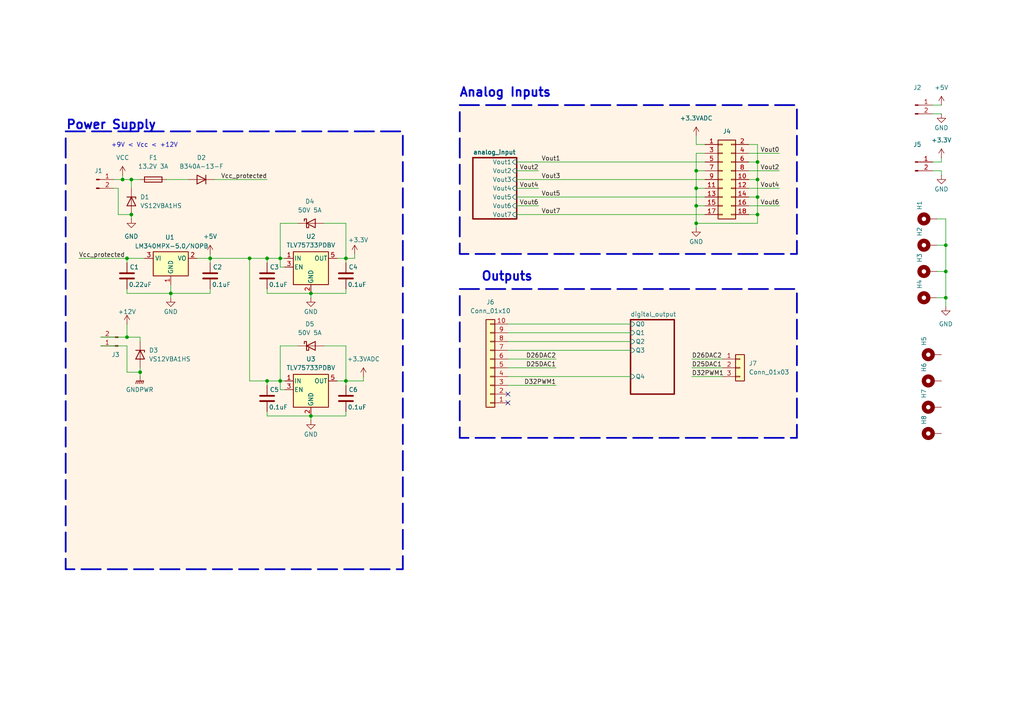
<source format=kicad_sch>
(kicad_sch (version 20231120) (generator "eeschema") (generator_version "8.0")
  (paper "A4")
  (lib_symbols
    (symbol "Connector:Conn_01x02_Pin" (pin_names (offset 1.016) hide)
      (property "Reference" "J" (at 0 2.54 0))
      (property "Value" "Conn_01x02_Pin" (at 0 -5.08 0))
      (symbol "Conn_01x02_Pin_1_1"
        (polyline (pts (xy 1.27 -2.54) (xy 0.8636 -2.54)) (stroke (width 0.1524)))
        (polyline (pts (xy 1.27 0) (xy 0.8636 0)) (stroke (width 0.1524)))
        (rectangle (start 0.8636 -2.413) (end 0 -2.667) (stroke (width 0.1524)) (fill (type outline)))
        (rectangle (start 0.8636 0.127) (end 0 -0.127) (stroke (width 0.1524)) (fill (type outline)))
        (pin passive line (at 5.08 0 180) (length 3.81) (name "Pin_1") (number "1"))
        (pin passive line (at 5.08 -2.54 180) (length 3.81) (name "Pin_2") (number "2"))
      )
    )
    (symbol "Connector_Generic:Conn_01x03" (pin_names (offset 1.016) hide)
      (property "Reference" "J" (at 0 5.08 0))
      (property "Value" "Conn_01x03" (at 0 -5.08 0))
      (symbol "Conn_01x03_1_1"
        (rectangle (start -1.27 -2.413) (end 0 -2.667) (stroke (width 0.1524)))
        (rectangle (start -1.27 0.127) (end 0 -0.127) (stroke (width 0.1524)))
        (rectangle (start -1.27 2.667) (end 0 2.413) (stroke (width 0.1524)))
        (rectangle (start -1.27 3.81) (end 1.27 -3.81) (stroke (width 0.254)) (fill (type background)))
        (pin passive line (at -5.08 2.54 0) (length 3.81) (name "Pin_1") (number "1"))
        (pin passive line (at -5.08 0 0) (length 3.81) (name "Pin_2") (number "2"))
        (pin passive line (at -5.08 -2.54 0) (length 3.81) (name "Pin_3") (number "3"))
      )
    )
    (symbol "Connector_Generic:Conn_01x10" (pin_names (offset 1.016) hide)
      (property "Reference" "J" (at 0 12.7 0))
      (property "Value" "Conn_01x10" (at 0 -15.24 0))
      (symbol "Conn_01x10_1_1"
        (rectangle (start -1.27 -12.573) (end 0 -12.827) (stroke (width 0.1524)))
        (rectangle (start -1.27 -10.033) (end 0 -10.287) (stroke (width 0.1524)))
        (rectangle (start -1.27 -7.493) (end 0 -7.747) (stroke (width 0.1524)))
        (rectangle (start -1.27 -4.953) (end 0 -5.207) (stroke (width 0.1524)))
        (rectangle (start -1.27 -2.413) (end 0 -2.667) (stroke (width 0.1524)))
        (rectangle (start -1.27 0.127) (end 0 -0.127) (stroke (width 0.1524)))
        (rectangle (start -1.27 2.667) (end 0 2.413) (stroke (width 0.1524)))
        (rectangle (start -1.27 5.207) (end 0 4.953) (stroke (width 0.1524)))
        (rectangle (start -1.27 7.747) (end 0 7.493) (stroke (width 0.1524)))
        (rectangle (start -1.27 10.287) (end 0 10.033) (stroke (width 0.1524)))
        (rectangle (start -1.27 11.43) (end 1.27 -13.97) (stroke (width 0.254)) (fill (type background)))
        (pin passive line (at -5.08 10.16 0) (length 3.81) (name "Pin_1") (number "1"))
        (pin passive line (at -5.08 -12.7 0) (length 3.81) (name "Pin_10") (number "10"))
        (pin passive line (at -5.08 7.62 0) (length 3.81) (name "Pin_2") (number "2"))
        (pin passive line (at -5.08 5.08 0) (length 3.81) (name "Pin_3") (number "3"))
        (pin passive line (at -5.08 2.54 0) (length 3.81) (name "Pin_4") (number "4"))
        (pin passive line (at -5.08 0 0) (length 3.81) (name "Pin_5") (number "5"))
        (pin passive line (at -5.08 -2.54 0) (length 3.81) (name "Pin_6") (number "6"))
        (pin passive line (at -5.08 -5.08 0) (length 3.81) (name "Pin_7") (number "7"))
        (pin passive line (at -5.08 -7.62 0) (length 3.81) (name "Pin_8") (number "8"))
        (pin passive line (at -5.08 -10.16 0) (length 3.81) (name "Pin_9") (number "9"))
      )
    )
    (symbol "Connector_Generic:Conn_02x09_Odd_Even" (pin_names (offset 1.016) hide)
      (property "Reference" "J" (at 1.27 12.7 0))
      (property "Value" "Conn_02x09_Odd_Even" (at 1.27 -12.7 0))
      (symbol "Conn_02x09_Odd_Even_1_1"
        (rectangle (start -1.27 -10.033) (end 0 -10.287) (stroke (width 0.1524)))
        (rectangle (start -1.27 -7.493) (end 0 -7.747) (stroke (width 0.1524)))
        (rectangle (start -1.27 -4.953) (end 0 -5.207) (stroke (width 0.1524)))
        (rectangle (start -1.27 -2.413) (end 0 -2.667) (stroke (width 0.1524)))
        (rectangle (start -1.27 0.127) (end 0 -0.127) (stroke (width 0.1524)))
        (rectangle (start -1.27 2.667) (end 0 2.413) (stroke (width 0.1524)))
        (rectangle (start -1.27 5.207) (end 0 4.953) (stroke (width 0.1524)))
        (rectangle (start -1.27 7.747) (end 0 7.493) (stroke (width 0.1524)))
        (rectangle (start -1.27 10.287) (end 0 10.033) (stroke (width 0.1524)))
        (rectangle (start -1.27 11.43) (end 3.81 -11.43) (stroke (width 0.254)) (fill (type background)))
        (rectangle (start 3.81 -10.033) (end 2.54 -10.287) (stroke (width 0.1524)))
        (rectangle (start 3.81 -7.493) (end 2.54 -7.747) (stroke (width 0.1524)))
        (rectangle (start 3.81 -4.953) (end 2.54 -5.207) (stroke (width 0.1524)))
        (rectangle (start 3.81 -2.413) (end 2.54 -2.667) (stroke (width 0.1524)))
        (rectangle (start 3.81 0.127) (end 2.54 -0.127) (stroke (width 0.1524)))
        (rectangle (start 3.81 2.667) (end 2.54 2.413) (stroke (width 0.1524)))
        (rectangle (start 3.81 5.207) (end 2.54 4.953) (stroke (width 0.1524)))
        (rectangle (start 3.81 7.747) (end 2.54 7.493) (stroke (width 0.1524)))
        (rectangle (start 3.81 10.287) (end 2.54 10.033) (stroke (width 0.1524)))
        (pin passive line (at -5.08 10.16 0) (length 3.81) (name "Pin_1") (number "1"))
        (pin passive line (at 7.62 0 180) (length 3.81) (name "Pin_10") (number "10"))
        (pin passive line (at -5.08 -2.54 0) (length 3.81) (name "Pin_11") (number "11"))
        (pin passive line (at 7.62 -2.54 180) (length 3.81) (name "Pin_12") (number "12"))
        (pin passive line (at -5.08 -5.08 0) (length 3.81) (name "Pin_13") (number "13"))
        (pin passive line (at 7.62 -5.08 180) (length 3.81) (name "Pin_14") (number "14"))
        (pin passive line (at -5.08 -7.62 0) (length 3.81) (name "Pin_15") (number "15"))
        (pin passive line (at 7.62 -7.62 180) (length 3.81) (name "Pin_16") (number "16"))
        (pin passive line (at -5.08 -10.16 0) (length 3.81) (name "Pin_17") (number "17"))
        (pin passive line (at 7.62 -10.16 180) (length 3.81) (name "Pin_18") (number "18"))
        (pin passive line (at 7.62 10.16 180) (length 3.81) (name "Pin_2") (number "2"))
        (pin passive line (at -5.08 7.62 0) (length 3.81) (name "Pin_3") (number "3"))
        (pin passive line (at 7.62 7.62 180) (length 3.81) (name "Pin_4") (number "4"))
        (pin passive line (at -5.08 5.08 0) (length 3.81) (name "Pin_5") (number "5"))
        (pin passive line (at 7.62 5.08 180) (length 3.81) (name "Pin_6") (number "6"))
        (pin passive line (at -5.08 2.54 0) (length 3.81) (name "Pin_7") (number "7"))
        (pin passive line (at 7.62 2.54 180) (length 3.81) (name "Pin_8") (number "8"))
        (pin passive line (at -5.08 0 0) (length 3.81) (name "Pin_9") (number "9"))
      )
    )
    (symbol "Device:C" (pin_numbers hide) (pin_names (offset 0.254))
      (property "Reference" "C" (at 0.635 2.54 0))
      (property "Value" "C" (at 0.635 -2.54 0))
      (symbol "C_0_1"
        (polyline (pts (xy -2.032 -0.762) (xy 2.032 -0.762)) (stroke (width 0.508)))
        (polyline (pts (xy -2.032 0.762) (xy 2.032 0.762)) (stroke (width 0.508)))
      )
      (symbol "C_1_1"
        (pin passive line (at 0 3.81 270) (length 2.794) (name "~") (number "1"))
        (pin passive line (at 0 -3.81 90) (length 2.794) (name "~") (number "2"))
      )
    )
    (symbol "Device:D" (pin_numbers hide) (pin_names (offset 1.016) hide)
      (property "Reference" "D" (at 0 2.54 0))
      (property "Value" "D" (at 0 -2.54 0))
      (symbol "D_0_1"
        (polyline (pts (xy -1.27 1.27) (xy -1.27 -1.27)) (stroke (width 0.254)))
        (polyline (pts (xy 1.27 0) (xy -1.27 0)))
        (polyline (pts (xy 1.27 1.27) (xy 1.27 -1.27) (xy -1.27 0) (xy 1.27 1.27)) (stroke (width 0.254)))
      )
      (symbol "D_1_1"
        (pin passive line (at -3.81 0 0) (length 2.54) (name "K") (number "1"))
        (pin passive line (at 3.81 0 180) (length 2.54) (name "A") (number "2"))
      )
    )
    (symbol "Device:D_Zener" (pin_numbers hide) (pin_names (offset 1.016) hide)
      (property "Reference" "D" (at 0 2.54 0))
      (property "Value" "D_Zener" (at 0 -2.54 0))
      (symbol "D_Zener_0_1"
        (polyline (pts (xy 1.27 0) (xy -1.27 0)))
        (polyline (pts (xy -1.27 -1.27) (xy -1.27 1.27) (xy -0.762 1.27)) (stroke (width 0.254)))
        (polyline (pts (xy 1.27 -1.27) (xy 1.27 1.27) (xy -1.27 0) (xy 1.27 -1.27)) (stroke (width 0.254)))
      )
      (symbol "D_Zener_1_1"
        (pin passive line (at -3.81 0 0) (length 2.54) (name "K") (number "1"))
        (pin passive line (at 3.81 0 180) (length 2.54) (name "A") (number "2"))
      )
    )
    (symbol "Device:Fuse" (pin_numbers hide) (pin_names (offset 0))
      (property "Reference" "F" (at 2.032 0 90))
      (property "Value" "Fuse" (at -1.905 0 90))
      (symbol "Fuse_0_1"
        (rectangle (start -0.762 -2.54) (end 0.762 2.54) (stroke (width 0.254)))
        (polyline (pts (xy 0 2.54) (xy 0 -2.54)))
      )
      (symbol "Fuse_1_1"
        (pin passive line (at 0 3.81 270) (length 1.27) (name "~") (number "1"))
        (pin passive line (at 0 -3.81 90) (length 1.27) (name "~") (number "2"))
      )
    )
    (symbol "Diode:1N5817" (pin_numbers hide) (pin_names (offset 1.016) hide)
      (property "Reference" "D" (at 0 2.54 0))
      (property "Value" "1N5817" (at 0 -2.54 0))
      (symbol "1N5817_0_1"
        (polyline (pts (xy 1.27 0) (xy -1.27 0)))
        (polyline (pts (xy 1.27 1.27) (xy 1.27 -1.27) (xy -1.27 0) (xy 1.27 1.27)) (stroke (width 0.254)))
        (polyline (pts (xy -1.905 0.635) (xy -1.905 1.27) (xy -1.27 1.27) (xy -1.27 -1.27) (xy -0.635 -1.27) (xy -0.635 -0.635)) (stroke (width 0.254)))
      )
      (symbol "1N5817_1_1"
        (pin passive line (at -3.81 0 0) (length 2.54) (name "K") (number "1"))
        (pin passive line (at 3.81 0 180) (length 2.54) (name "A") (number "2"))
      )
    )
    (symbol "Mechanical:MountingHole_Pad" (pin_numbers hide) (pin_names (offset 1.016) hide)
      (property "Reference" "H" (at 0 6.35 0))
      (property "Value" "MountingHole_Pad" (at 0 4.445 0))
      (symbol "MountingHole_Pad_0_1"
        (circle (center 0 1.27) (radius 1.27) (stroke (width 1.27)))
      )
      (symbol "MountingHole_Pad_1_1"
        (pin input line (at 0 -2.54 90) (length 2.54) (name "1") (number "1"))
      )
    )
    (symbol "Regulator_Linear:LD1117S50TR_SOT223"
      (property "Reference" "U" (at -3.81 3.175 0))
      (property "Value" "LD1117S50TR_SOT223" (at 0 3.175 0))
      (symbol "LD1117S50TR_SOT223_0_1"
        (rectangle (start -5.08 -5.08) (end 5.08 1.905) (stroke (width 0.254)) (fill (type background)))
      )
      (symbol "LD1117S50TR_SOT223_1_1"
        (pin power_in line (at 0 -7.62 90) (length 2.54) (name "GND") (number "1"))
        (pin power_out line (at 7.62 0 180) (length 2.54) (name "VO") (number "2"))
        (pin power_in line (at -7.62 0 0) (length 2.54) (name "VI") (number "3"))
      )
    )
    (symbol "Regulator_Linear:TLV75733PDBV" (pin_names (offset 0.254))
      (property "Reference" "U" (at -3.81 5.715 0))
      (property "Value" "TLV75733PDBV" (at 0 5.715 0))
      (symbol "TLV75733PDBV_0_1"
        (rectangle (start -5.08 4.445) (end 5.08 -5.08) (stroke (width 0.254)) (fill (type background)))
      )
      (symbol "TLV75733PDBV_1_1"
        (pin power_in line (at -7.62 2.54 0) (length 2.54) (name "IN") (number "1"))
        (pin power_in line (at 0 -7.62 90) (length 2.54) (name "GND") (number "2"))
        (pin input line (at -7.62 0 0) (length 2.54) (name "EN") (number "3"))
        (pin no_connect line (at 5.08 0 180) (length 2.54) hide (name "NC") (number "4"))
        (pin power_out line (at 7.62 2.54 180) (length 2.54) (name "OUT") (number "5"))
      )
    )
    (symbol "power:+12V" (power) (pin_numbers hide) (pin_names (offset 0) hide)
      (property "Value" "+12V" (at 0 3.556 0))
      (symbol "+12V_0_1"
        (polyline (pts (xy -0.762 1.27) (xy 0 2.54)))
        (polyline (pts (xy 0 0) (xy 0 2.54)))
        (polyline (pts (xy 0 2.54) (xy 0.762 1.27)))
      )
      (symbol "+12V_1_1"
        (pin power_in line (at 0 0 90) (length 0) (name "~") (number "1"))
      )
    )
    (symbol "power:+3.3V" (power) (pin_numbers hide) (pin_names (offset 0) hide)
      (property "Value" "+3.3V" (at 0 3.556 0))
      (symbol "+3.3V_0_1"
        (polyline (pts (xy -0.762 1.27) (xy 0 2.54)))
        (polyline (pts (xy 0 0) (xy 0 2.54)))
        (polyline (pts (xy 0 2.54) (xy 0.762 1.27)))
      )
      (symbol "+3.3V_1_1"
        (pin power_in line (at 0 0 90) (length 0) (name "~") (number "1"))
      )
    )
    (symbol "power:+3.3VADC" (power) (pin_numbers hide) (pin_names (offset 0) hide)
      (property "Value" "+3.3VADC" (at 0 3.556 0))
      (symbol "+3.3VADC_0_0"
        (pin power_in line (at 0 0 90) (length 0) (name "~") (number "1"))
      )
      (symbol "+3.3VADC_0_1"
        (polyline (pts (xy -0.762 1.27) (xy 0 2.54)))
        (polyline (pts (xy 0 0) (xy 0 2.54)))
        (polyline (pts (xy 0 2.54) (xy 0.762 1.27)))
      )
    )
    (symbol "power:+5V" (power) (pin_numbers hide) (pin_names (offset 0) hide)
      (property "Value" "+5V" (at 0 3.556 0))
      (symbol "+5V_0_1"
        (polyline (pts (xy -0.762 1.27) (xy 0 2.54)))
        (polyline (pts (xy 0 0) (xy 0 2.54)))
        (polyline (pts (xy 0 2.54) (xy 0.762 1.27)))
      )
      (symbol "+5V_1_1"
        (pin power_in line (at 0 0 90) (length 0) (name "~") (number "1"))
      )
    )
    (symbol "power:GND" (power) (pin_numbers hide) (pin_names (offset 0) hide)
      (property "Value" "GND" (at 0 -3.81 0))
      (symbol "GND_0_1"
        (polyline (pts (xy 0 0) (xy 0 -1.27) (xy 1.27 -1.27) (xy 0 -2.54) (xy -1.27 -1.27) (xy 0 -1.27)))
      )
      (symbol "GND_1_1"
        (pin power_in line (at 0 0 270) (length 0) (name "~") (number "1"))
      )
    )
    (symbol "power:GNDPWR" (power) (pin_numbers hide) (pin_names (offset 0) hide)
      (property "Value" "GNDPWR" (at 0 -3.302 0))
      (symbol "GNDPWR_0_1"
        (polyline (pts (xy 0 -1.27) (xy 0 0)))
        (polyline (pts (xy -1.016 -1.27) (xy -1.27 -2.032) (xy -1.27 -2.032)) (stroke (width 0.2032)))
        (polyline (pts (xy -0.508 -1.27) (xy -0.762 -2.032) (xy -0.762 -2.032)) (stroke (width 0.2032)))
        (polyline (pts (xy 0 -1.27) (xy -0.254 -2.032) (xy -0.254 -2.032)) (stroke (width 0.2032)))
        (polyline (pts (xy 0.508 -1.27) (xy 0.254 -2.032) (xy 0.254 -2.032)) (stroke (width 0.2032)))
        (polyline (pts (xy 1.016 -1.27) (xy -1.016 -1.27) (xy -1.016 -1.27)) (stroke (width 0.2032)))
        (polyline (pts (xy 1.016 -1.27) (xy 0.762 -2.032) (xy 0.762 -2.032) (xy 0.762 -2.032)) (stroke (width 0.2032)))
      )
      (symbol "GNDPWR_1_1"
        (pin power_in line (at 0 0 270) (length 0) (name "~") (number "1"))
      )
    )
    (symbol "power:VCC" (power) (pin_numbers hide) (pin_names (offset 0) hide)
      (property "Value" "VCC" (at 0 3.556 0))
      (symbol "VCC_0_1"
        (polyline (pts (xy -0.762 1.27) (xy 0 2.54)))
        (polyline (pts (xy 0 0) (xy 0 2.54)))
        (polyline (pts (xy 0 2.54) (xy 0.762 1.27)))
      )
      (symbol "VCC_1_1"
        (pin power_in line (at 0 0 90) (length 0) (name "~") (number "1"))
      )
    )
  )
  (junction (at 90.17 85.09))
  (junction (at 219.71 52.07))
  (junction (at 77.47 110.49))
  (junction (at 40.64 107.95))
  (junction (at 201.93 54.61))
  (junction (at 100.33 110.49))
  (junction (at 81.28 74.93))
  (junction (at 36.83 97.79))
  (junction (at 35.56 52.07))
  (junction (at 274.32 86.36))
  (junction (at 219.71 62.23))
  (junction (at 36.83 74.93))
  (junction (at 77.47 74.93))
  (junction (at 219.71 57.15))
  (junction (at 81.28 110.49))
  (junction (at 72.39 74.93))
  (junction (at 38.1 52.07))
  (junction (at 100.33 74.93))
  (junction (at 90.17 120.65))
  (junction (at 38.1 62.23))
  (junction (at 49.53 85.09))
  (junction (at 219.71 46.99))
  (junction (at 201.93 49.53))
  (junction (at 274.32 71.12))
  (junction (at 274.32 78.74))
  (junction (at 60.96 74.93))
  (junction (at 201.93 64.77))
  (junction (at 201.93 59.69))
  (no_connect (at 147.32 114.3))
  (no_connect (at 147.32 116.84))
  (wire (pts (xy 271.78 63.5) (xy 274.32 63.5)))
  (wire (pts (xy 200.66 104.14) (xy 209.55 104.14)))
  (wire (pts (xy 149.86 59.69) (xy 156.21 59.69)))
  (wire (pts (xy 274.32 86.36) (xy 274.32 88.9)))
  (wire (pts (xy 147.32 106.68) (xy 161.29 106.68)))
  (wire (pts (xy 34.29 54.61) (xy 34.29 62.23)))
  (wire (pts (xy 49.53 82.55) (xy 49.53 85.09)))
  (wire (pts (xy 60.96 74.93) (xy 72.39 74.93)))
  (wire (pts (xy 77.47 119.38) (xy 77.47 120.65)))
  (wire (pts (xy 38.1 52.07) (xy 38.1 54.61)))
  (wire (pts (xy 72.39 74.93) (xy 77.47 74.93)))
  (wire (pts (xy 201.93 54.61) (xy 204.47 54.61)))
  (wire (pts (xy 29.21 97.79) (xy 36.83 97.79)))
  (wire (pts (xy 201.93 64.77) (xy 219.71 64.77)))
  (wire (pts (xy 60.96 85.09) (xy 49.53 85.09)))
  (wire (pts (xy 36.83 97.79) (xy 36.83 93.98)))
  (wire (pts (xy 219.71 41.91) (xy 217.17 41.91)))
  (wire (pts (xy 219.71 52.07) (xy 219.71 57.15)))
  (wire (pts (xy 48.26 52.07) (xy 54.61 52.07)))
  (wire (pts (xy 36.83 83.82) (xy 36.83 85.09)))
  (wire (pts (xy 274.32 78.74) (xy 274.32 86.36)))
  (wire (pts (xy 86.36 64.77) (xy 81.28 64.77)))
  (wire (pts (xy 100.33 74.93) (xy 100.33 76.2)))
  (wire (pts (xy 149.86 62.23) (xy 204.47 62.23)))
  (wire (pts (xy 201.93 39.37) (xy 201.93 41.91)))
  (wire (pts (xy 100.33 120.65) (xy 100.33 119.38)))
  (wire (pts (xy 33.02 52.07) (xy 35.56 52.07)))
  (wire (pts (xy 100.33 64.77) (xy 100.33 74.93)))
  (wire (pts (xy 271.78 78.74) (xy 274.32 78.74)))
  (wire (pts (xy 200.66 106.68) (xy 209.55 106.68)))
  (wire (pts (xy 219.71 62.23) (xy 219.71 64.77)))
  (wire (pts (xy 81.28 74.93) (xy 82.55 74.93)))
  (wire (pts (xy 217.17 46.99) (xy 219.71 46.99)))
  (wire (pts (xy 102.87 74.93) (xy 100.33 74.93)))
  (wire (pts (xy 147.32 101.6) (xy 182.88 101.6)))
  (wire (pts (xy 40.64 99.06) (xy 40.64 97.79)))
  (wire (pts (xy 38.1 62.23) (xy 38.1 63.5)))
  (wire (pts (xy 201.93 59.69) (xy 201.93 64.77)))
  (wire (pts (xy 36.83 74.93) (xy 36.83 76.2)))
  (wire (pts (xy 60.96 74.93) (xy 60.96 76.2)))
  (wire (pts (xy 81.28 64.77) (xy 81.28 74.93)))
  (wire (pts (xy 77.47 110.49) (xy 81.28 110.49)))
  (wire (pts (xy 274.32 63.5) (xy 274.32 71.12)))
  (wire (pts (xy 57.15 74.93) (xy 60.96 74.93)))
  (wire (pts (xy 22.86 74.93) (xy 36.83 74.93)))
  (wire (pts (xy 204.47 44.45) (xy 201.93 44.45)))
  (wire (pts (xy 77.47 110.49) (xy 77.47 111.76)))
  (wire (pts (xy 217.17 62.23) (xy 219.71 62.23)))
  (wire (pts (xy 270.51 46.99) (xy 273.05 46.99)))
  (wire (pts (xy 201.93 49.53) (xy 204.47 49.53)))
  (wire (pts (xy 100.33 100.33) (xy 100.33 110.49)))
  (wire (pts (xy 147.32 111.76) (xy 161.29 111.76)))
  (wire (pts (xy 102.87 73.66) (xy 102.87 74.93)))
  (wire (pts (xy 77.47 74.93) (xy 77.47 76.2)))
  (wire (pts (xy 77.47 120.65) (xy 90.17 120.65)))
  (wire (pts (xy 86.36 100.33) (xy 81.28 100.33)))
  (wire (pts (xy 36.83 85.09) (xy 49.53 85.09)))
  (wire (pts (xy 270.51 33.02) (xy 273.05 33.02)))
  (wire (pts (xy 219.71 57.15) (xy 219.71 62.23)))
  (wire (pts (xy 60.96 73.66) (xy 60.96 74.93)))
  (wire (pts (xy 40.64 107.95) (xy 40.64 109.22)))
  (wire (pts (xy 81.28 77.47) (xy 81.28 74.93)))
  (wire (pts (xy 62.23 52.07) (xy 77.47 52.07)))
  (wire (pts (xy 149.86 52.07) (xy 204.47 52.07)))
  (wire (pts (xy 72.39 74.93) (xy 72.39 110.49)))
  (wire (pts (xy 90.17 120.65) (xy 100.33 120.65)))
  (wire (pts (xy 35.56 50.8) (xy 35.56 52.07)))
  (wire (pts (xy 60.96 83.82) (xy 60.96 85.09)))
  (wire (pts (xy 35.56 52.07) (xy 38.1 52.07)))
  (wire (pts (xy 97.79 110.49) (xy 100.33 110.49)))
  (wire (pts (xy 273.05 49.53) (xy 273.05 50.8)))
  (wire (pts (xy 217.17 54.61) (xy 226.06 54.61)))
  (wire (pts (xy 147.32 104.14) (xy 161.29 104.14)))
  (wire (pts (xy 217.17 52.07) (xy 219.71 52.07)))
  (wire (pts (xy 72.39 110.49) (xy 77.47 110.49)))
  (wire (pts (xy 270.51 30.48) (xy 273.05 30.48)))
  (wire (pts (xy 40.64 106.68) (xy 40.64 107.95)))
  (wire (pts (xy 149.86 54.61) (xy 156.21 54.61)))
  (wire (pts (xy 34.29 62.23) (xy 38.1 62.23)))
  (wire (pts (xy 149.86 49.53) (xy 156.21 49.53)))
  (wire (pts (xy 36.83 74.93) (xy 41.91 74.93)))
  (wire (pts (xy 100.33 110.49) (xy 100.33 111.76)))
  (wire (pts (xy 40.64 107.95) (xy 36.83 107.95)))
  (wire (pts (xy 81.28 110.49) (xy 81.28 113.03)))
  (wire (pts (xy 201.93 59.69) (xy 204.47 59.69)))
  (wire (pts (xy 201.93 44.45) (xy 201.93 49.53)))
  (wire (pts (xy 149.86 57.15) (xy 204.47 57.15)))
  (wire (pts (xy 33.02 54.61) (xy 34.29 54.61)))
  (wire (pts (xy 93.98 64.77) (xy 100.33 64.77)))
  (wire (pts (xy 97.79 74.93) (xy 100.33 74.93)))
  (wire (pts (xy 219.71 46.99) (xy 219.71 52.07)))
  (wire (pts (xy 147.32 96.52) (xy 182.88 96.52)))
  (wire (pts (xy 217.17 44.45) (xy 226.06 44.45)))
  (wire (pts (xy 201.93 49.53) (xy 201.93 54.61)))
  (wire (pts (xy 49.53 85.09) (xy 49.53 86.36)))
  (wire (pts (xy 77.47 85.09) (xy 90.17 85.09)))
  (wire (pts (xy 90.17 85.09) (xy 100.33 85.09)))
  (wire (pts (xy 90.17 120.65) (xy 90.17 121.92)))
  (wire (pts (xy 38.1 52.07) (xy 40.64 52.07)))
  (wire (pts (xy 81.28 100.33) (xy 81.28 110.49)))
  (wire (pts (xy 274.32 71.12) (xy 274.32 78.74)))
  (wire (pts (xy 90.17 85.09) (xy 90.17 86.36)))
  (wire (pts (xy 217.17 49.53) (xy 226.06 49.53)))
  (wire (pts (xy 200.66 109.22) (xy 209.55 109.22)))
  (wire (pts (xy 201.93 41.91) (xy 204.47 41.91)))
  (wire (pts (xy 201.93 64.77) (xy 201.93 66.04)))
  (wire (pts (xy 217.17 59.69) (xy 226.06 59.69)))
  (wire (pts (xy 147.32 99.06) (xy 182.88 99.06)))
  (wire (pts (xy 147.32 93.98) (xy 182.88 93.98)))
  (wire (pts (xy 105.41 110.49) (xy 100.33 110.49)))
  (wire (pts (xy 77.47 83.82) (xy 77.47 85.09)))
  (wire (pts (xy 219.71 41.91) (xy 219.71 46.99)))
  (wire (pts (xy 40.64 97.79) (xy 36.83 97.79)))
  (wire (pts (xy 105.41 109.22) (xy 105.41 110.49)))
  (wire (pts (xy 93.98 100.33) (xy 100.33 100.33)))
  (wire (pts (xy 82.55 113.03) (xy 81.28 113.03)))
  (wire (pts (xy 271.78 86.36) (xy 274.32 86.36)))
  (wire (pts (xy 100.33 85.09) (xy 100.33 83.82)))
  (wire (pts (xy 217.17 57.15) (xy 219.71 57.15)))
  (wire (pts (xy 201.93 54.61) (xy 201.93 59.69)))
  (wire (pts (xy 81.28 110.49) (xy 82.55 110.49)))
  (wire (pts (xy 77.47 74.93) (xy 81.28 74.93)))
  (wire (pts (xy 149.86 46.99) (xy 204.47 46.99)))
  (wire (pts (xy 29.21 100.33) (xy 36.83 100.33)))
  (wire (pts (xy 271.78 71.12) (xy 274.32 71.12)))
  (wire (pts (xy 147.32 109.22) (xy 182.88 109.22)))
  (wire (pts (xy 270.51 49.53) (xy 273.05 49.53)))
  (wire (pts (xy 36.83 100.33) (xy 36.83 107.95)))
  (wire (pts (xy 273.05 46.99) (xy 273.05 45.72)))
  (wire (pts (xy 82.55 77.47) (xy 81.28 77.47)))
  (rectangle (start 133.35 83.82) (end 231.14 127) (stroke (width 0.508) (type dash)) (fill (type color) (color 255 229 191 0.4)))
  (rectangle (start 19.05 38.1) (end 116.84 165.1) (stroke (width 0.508) (type dash)) (fill (type color) (color 255 229 191 0.4)))
  (rectangle (start 133.35 30.48) (end 231.14 73.66) (stroke (width 0.508) (type dash)) (fill (type color) (color 255 229 191 0.4)))
  (text "Outputs" (at 147.066 80.264 0) (effects (font (size 2.54 2.54) (bold yes))))
  (text "+9V < Vcc < +12V" (at 41.91 42.164 0) (effects (font (size 1.27 1.27))))
  (text "Analog Inputs" (at 146.558 26.924 0) (effects (font (size 2.54 2.54) (bold yes))))
  (text "Power Supply" (at 32.258 36.322 0) (effects (font (size 2.54 2.54) (bold yes))))
  (label "Vout6" (at 156.21 59.69 180))
  (label "Vout6" (at 226.06 59.69 180))
  (label "Vout5" (at 162.56 57.15 180))
  (label "Vout4" (at 156.21 54.61 180))
  (label "Vout1" (at 162.56 46.99 180))
  (label "Vcc_protected" (at 77.47 52.07 180))
  (label "D32PWM1" (at 161.29 111.76 180))
  (label "Vcc_protected" (at 22.86 74.93 0))
  (label "D32PWM1" (at 200.66 109.22 0))
  (label "Vout2" (at 156.21 49.53 180))
  (label "Vout3" (at 162.56 52.07 180))
  (label "D25DAC1" (at 161.29 106.68 180))
  (label "Vout0" (at 226.06 44.45 180))
  (label "Vout7" (at 162.56 62.23 180))
  (label "D25DAC1" (at 200.66 106.68 0))
  (label "D26DAC2" (at 161.29 104.14 180))
  (label "Vout2" (at 226.06 49.53 180))
  (label "Vout4" (at 226.06 54.61 180))
  (label "D26DAC2" (at 200.66 104.14 0))
  (symbol (lib_id "power:+3.3VADC") (at 201.93 39.37 0) (unit 1)
    (property "Reference" "#PWR0213" (effects (hide yes)))
    (property "Value" "+3.3VADC" (at 201.93 34.29 0))
    (property "Description" "Power symbol creates a global label with name \"+3.3VADC\"" (effects (hide yes)))
  )
  (symbol (lib_id "Mechanical:MountingHole_Pad") (at 269.24 63.5 90) (unit 1)
    (property "Reference" "H1" (at 266.6999 60.96 0) (effects (justify left)))
    (property "Value" "MountingHole_Pad" (effects (hide yes)))
    (property "Footprint" "MountingHole:MountingHole_3.2mm_M3_DIN965_Pad_TopBottom" (effects (hide yes)))
    (property "Description" "Mounting Hole with connection" (effects (hide yes)))
  )
  (symbol (lib_id "power:GNDPWR") (at 40.64 109.22 0) (unit 1)
    (property "Reference" "#PWR010" (effects (hide yes)))
    (property "Value" "GNDPWR" (at 40.513 113.03 0))
    (property "Description" "Power symbol creates a global label with name \"GNDPWR\" , global ground" (effects (hide yes)))
  )
  (symbol (lib_id "power:GND") (at 201.93 66.04 0) (unit 1)
    (property "Reference" "#PWR0214" (effects (hide yes)))
    (property "Value" "GND" (at 201.93 70.104 0))
    (property "Description" "Power symbol creates a global label with name \"GND\" , ground" (effects (hide yes)))
  )
  (symbol (lib_id "Mechanical:MountingHole_Pad") (at 269.24 71.12 90) (unit 1)
    (property "Reference" "H2" (at 266.6999 68.58 0) (effects (justify left)))
    (property "Value" "MountingHole_Pad" (effects (hide yes)))
    (property "Footprint" "MountingHole:MountingHole_3.2mm_M3_DIN965_Pad_TopBottom" (effects (hide yes)))
    (property "Description" "Mounting Hole with connection" (effects (hide yes)))
  )
  (symbol (lib_id "Device:C") (at 36.83 80.01 0) (unit 1)
    (property "Reference" "C1" (at 37.592 77.47 0) (effects (justify left)))
    (property "Value" "0.22uF" (at 37.338 82.55 0) (effects (justify left)))
    (property "Footprint" "Capacitor_SMD:C_0805_2012Metric_Pad1.18x1.45mm_HandSolder" (effects (hide yes)))
    (property "Description" "Unpolarized capacitor" (effects (hide yes)))
  )
  (symbol (lib_id "Connector:Conn_01x02_Pin") (at 34.29 100.33 180) (unit 1)
    (property "Reference" "J3" (at 33.528 102.87 0))
    (property "Value" "Conn_01x02_Pin" (effects (hide yes)))
    (property "Footprint" "Connector_AMASS:AMASS_XT60-F_1x02_P7.20mm_Vertical" (effects (hide yes)))
    (property "Description" "Generic connector, single row, 01x02, script generated" (effects (hide yes)))
  )
  (symbol (lib_id "power:+3.3V") (at 273.05 45.72 0) (unit 1)
    (property "Reference" "#PWR07" (effects (hide yes)))
    (property "Value" "+3.3V" (at 273.05 40.64 0))
    (property "Description" "Power symbol creates a global label with name \"+3.3V\"" (effects (hide yes)))
  )
  (symbol (lib_id "Mechanical:MountingHole_Pad") (at 270.51 102.87 90) (unit 1)
    (property "Reference" "H5" (at 267.9699 100.33 0) (effects (justify left)))
    (property "Value" "MountingHole_Pad" (effects (hide yes)))
    (property "Footprint" "MountingHole:MountingHole_3.2mm_M3_DIN965_Pad_TopBottom" (effects (hide yes)))
    (property "Description" "Mounting Hole with connection" (effects (hide yes)))
  )
  (symbol (lib_id "power:VCC") (at 35.56 50.8 0) (unit 1)
    (property "Reference" "#PWR01" (effects (hide yes)))
    (property "Value" "VCC" (at 35.56 45.72 0))
    (property "Description" "Power symbol creates a global label with name \"VCC\"" (effects (hide yes)))
  )
  (symbol (lib_id "Device:D") (at 58.42 52.07 180) (unit 1)
    (property "Reference" "D2" (at 58.42 45.72 0))
    (property "Value" "B340A-13-F" (at 58.42 48.26 0))
    (property "Footprint" "Diode_SMD:D_SMA" (effects (hide yes)))
    (property "Description" "40V 3A" (effects (hide yes)))
    (property "Sim.Device" "D" (effects (hide yes)))
    (property "Sim.Pins" "1=K 2=A" (effects (hide yes)))
  )
  (symbol (lib_id "Device:C") (at 100.33 80.01 0) (unit 1)
    (property "Reference" "C4" (at 101.092 77.47 0) (effects (justify left)))
    (property "Value" "0.1uF" (at 100.838 82.55 0) (effects (justify left)))
    (property "Footprint" "Capacitor_SMD:C_1206_3216Metric" (effects (hide yes)))
    (property "Description" "Unpolarized capacitor" (effects (hide yes)))
  )
  (symbol (lib_id "power:GND") (at 90.17 86.36 0) (unit 1)
    (property "Reference" "#PWR017" (effects (hide yes)))
    (property "Value" "GND" (at 90.17 90.424 0))
    (property "Description" "Power symbol creates a global label with name \"GND\" , ground" (effects (hide yes)))
  )
  (symbol (lib_id "power:GND") (at 49.53 86.36 0) (unit 1)
    (property "Reference" "#PWR012" (effects (hide yes)))
    (property "Value" "GND" (at 49.53 90.424 0))
    (property "Description" "Power symbol creates a global label with name \"GND\" , ground" (effects (hide yes)))
  )
  (symbol (lib_id "Mechanical:MountingHole_Pad") (at 270.51 118.11 90) (unit 1)
    (property "Reference" "H7" (at 267.9699 115.57 0) (effects (justify left)))
    (property "Value" "MountingHole_Pad" (effects (hide yes)))
    (property "Footprint" "MountingHole:MountingHole_3.2mm_M3_DIN965_Pad_TopBottom" (effects (hide yes)))
    (property "Description" "Mounting Hole with connection" (effects (hide yes)))
  )
  (symbol (lib_id "power:+5V") (at 273.05 30.48 0) (unit 1)
    (property "Reference" "#PWR014" (effects (hide yes)))
    (property "Value" "+5V" (at 273.05 25.4 0))
    (property "Description" "Power symbol creates a global label with name \"+5V\"" (effects (hide yes)))
  )
  (symbol (lib_id "Device:D_Zener") (at 38.1 58.42 270) (unit 1)
    (property "Reference" "D1" (at 40.64 57.1499 90) (effects (justify left)))
    (property "Value" "VS12VBA1HS" (at 40.64 59.6899 90) (effects (justify left)))
    (property "Footprint" "Diode_SMD:D_0603_1608Metric_Pad1.05x0.95mm_HandSolder" (effects (hide yes)))
    (property "Description" "TVS Diode" (effects (hide yes)))
  )
  (symbol (lib_id "Device:C") (at 100.33 115.57 0) (unit 1)
    (property "Reference" "C6" (at 101.092 113.03 0) (effects (justify left)))
    (property "Value" "0.1uF" (at 100.838 118.11 0) (effects (justify left)))
    (property "Footprint" "Capacitor_SMD:C_1206_3216Metric" (effects (hide yes)))
    (property "Description" "Unpolarized capacitor" (effects (hide yes)))
  )
  (symbol (lib_id "Mechanical:MountingHole_Pad") (at 269.24 86.36 90) (unit 1)
    (property "Reference" "H4" (at 266.6999 83.82 0) (effects (justify left)))
    (property "Value" "MountingHole_Pad" (effects (hide yes)))
    (property "Footprint" "MountingHole:MountingHole_3.2mm_M3_DIN965_Pad_TopBottom" (effects (hide yes)))
    (property "Description" "Mounting Hole with connection" (effects (hide yes)))
  )
  (symbol (lib_id "power:GND") (at 274.32 88.9 0) (unit 1)
    (property "Reference" "#PWR011" (effects (hide yes)))
    (property "Value" "GND" (at 274.32 93.98 0))
    (property "Description" "Power symbol creates a global label with name \"GND\" , ground" (effects (hide yes)))
  )
  (symbol (lib_id "Mechanical:MountingHole_Pad") (at 270.51 110.49 90) (unit 1)
    (property "Reference" "H6" (at 267.9699 107.95 0) (effects (justify left)))
    (property "Value" "MountingHole_Pad" (effects (hide yes)))
    (property "Footprint" "MountingHole:MountingHole_3.2mm_M3_DIN965_Pad_TopBottom" (effects (hide yes)))
    (property "Description" "Mounting Hole with connection" (effects (hide yes)))
  )
  (symbol (lib_id "power:GND") (at 273.05 50.8 0) (unit 1)
    (property "Reference" "#PWR08" (effects (hide yes)))
    (property "Value" "GND" (at 273.05 54.864 0))
    (property "Description" "Power symbol creates a global label with name \"GND\" , ground" (effects (hide yes)))
  )
  (symbol (lib_id "Connector_Generic:Conn_01x10") (at 142.24 106.68 180) (unit 1)
    (property "Reference" "J6" (at 142.24 87.63 0))
    (property "Value" "Conn_01x10" (at 142.24 90.17 0))
    (property "Footprint" "Connector_PinSocket_2.54mm:PinSocket_1x10_P2.54mm_Vertical" (effects (hide yes)))
    (property "Description" "Generic connector, single row, 01x10, script generated (kicad-library-utils/schlib/autogen/connector/)" (effects (hide yes)))
  )
  (symbol (lib_id "Connector:Conn_01x02_Pin") (at 265.43 30.48 0) (unit 1)
    (property "Reference" "J2" (at 266.065 25.4 0))
    (property "Value" "Conn_01x02_Pin" (effects (hide yes)))
    (property "Footprint" "Connector_Phoenix_MC:PhoenixContact_MC_1,5_2-G-3.81_1x02_P3.81mm_Horizontal" (effects (hide yes)))
    (property "Description" "Generic connector, single row, 01x02, script generated" (effects (hide yes)))
  )
  (symbol (lib_id "power:GND") (at 90.17 121.92 0) (unit 1)
    (property "Reference" "#PWR03" (effects (hide yes)))
    (property "Value" "GND" (at 90.17 125.984 0))
    (property "Description" "Power symbol creates a global label with name \"GND\" , ground" (effects (hide yes)))
  )
  (symbol (lib_id "Regulator_Linear:LD1117S50TR_SOT223") (at 49.53 74.93 0) (unit 1)
    (property "Reference" "U1" (at 49.276 68.834 0))
    (property "Value" "LM340MPX-5.0/NOPB" (at 49.784 71.374 0))
    (property "Footprint" "Package_TO_SOT_SMD:SOT-223-3_TabPin2" (effects (hide yes)))
    (property "Description" "1.5A Fixed Low Drop Positive Voltage Regulator, Fixed Output 5.0V, SOT-223" (effects (hide yes)))
  )
  (symbol (lib_id "Device:C") (at 77.47 80.01 0) (unit 1)
    (property "Reference" "C3" (at 78.232 77.47 0) (effects (justify left)))
    (property "Value" "0.1uF" (at 77.978 82.55 0) (effects (justify left)))
    (property "Footprint" "Capacitor_SMD:C_1206_3216Metric" (effects (hide yes)))
    (property "Description" "Unpolarized capacitor" (effects (hide yes)))
  )
  (symbol (lib_id "Connector:Conn_01x02_Pin") (at 265.43 46.99 0) (unit 1)
    (property "Reference" "J5" (at 266.065 41.91 0))
    (property "Value" "Conn_01x02_Pin" (effects (hide yes)))
    (property "Footprint" "Connector_PinSocket_2.54mm:PinSocket_1x02_P2.54mm_Vertical" (effects (hide yes)))
    (property "Description" "Generic connector, single row, 01x02, script generated" (effects (hide yes)))
  )
  (symbol (lib_id "Device:C") (at 77.47 115.57 0) (unit 1)
    (property "Reference" "C5" (at 78.232 113.03 0) (effects (justify left)))
    (property "Value" "0.1uF" (at 77.978 118.11 0) (effects (justify left)))
    (property "Footprint" "Capacitor_SMD:C_1206_3216Metric" (effects (hide yes)))
    (property "Description" "Unpolarized capacitor" (effects (hide yes)))
  )
  (symbol (lib_id "power:+3.3VADC") (at 105.41 109.22 0) (unit 1)
    (property "Reference" "#PWR05" (effects (hide yes)))
    (property "Value" "+3.3VADC" (at 105.41 104.14 0))
    (property "Description" "Power symbol creates a global label with name \"+3.3VADC\"" (effects (hide yes)))
  )
  (symbol (lib_id "Device:C") (at 60.96 80.01 0) (unit 1)
    (property "Reference" "C2" (at 61.722 77.47 0) (effects (justify left)))
    (property "Value" "0.1uF" (at 61.468 82.55 0) (effects (justify left)))
    (property "Footprint" "Capacitor_SMD:C_1206_3216Metric" (effects (hide yes)))
    (property "Description" "Unpolarized capacitor" (effects (hide yes)))
  )
  (symbol (lib_id "power:GND") (at 273.05 33.02 0) (unit 1)
    (property "Reference" "#PWR015" (effects (hide yes)))
    (property "Value" "GND" (at 273.05 37.084 0))
    (property "Description" "Power symbol creates a global label with name \"GND\" , ground" (effects (hide yes)))
  )
  (symbol (lib_id "Device:Fuse") (at 44.45 52.07 90) (unit 1)
    (property "Reference" "F1" (at 44.45 45.72 90))
    (property "Value" "13.2V 3A" (at 44.45 48.26 90))
    (property "Footprint" "Fuse:Fuse_1206_3216Metric" (effects (hide yes)))
    (property "Description" "Fuse" (effects (hide yes)))
  )
  (symbol (lib_id "Connector_Generic:Conn_01x03") (at 214.63 106.68 0) (unit 1)
    (property "Reference" "J7" (at 217.17 105.4099 0) (effects (justify left)))
    (property "Value" "Conn_01x03" (at 217.17 107.9499 0) (effects (justify left)))
    (property "Footprint" "Connector_Phoenix_MC:PhoenixContact_MC_1,5_3-G-3.81_1x03_P3.81mm_Horizontal" (effects (hide yes)))
    (property "Description" "Generic connector, single row, 01x03, script generated (kicad-library-utils/schlib/autogen/connector/)" (effects (hide yes)))
  )
  (symbol (lib_id "Regulator_Linear:TLV75733PDBV") (at 90.17 113.03 0) (unit 1)
    (property "Reference" "U3" (at 90.17 104.14 0))
    (property "Value" "TLV75733PDBV" (at 90.17 106.68 0))
    (property "Footprint" "Package_TO_SOT_SMD:SOT-23-5" (effects (hide yes)))
    (property "Datasheet" "https://www.ti.com/lit/ds/symlink/tlv757p.pdf" (effects (hide yes)))
    (property "Description" "1A Low IQ Small Size Low Dropout Voltage Regulator, Fixed Output 3.3V, SOT-23-5" (effects (hide yes)))
  )
  (symbol (lib_id "Device:D_Zener") (at 40.64 102.87 270) (unit 1)
    (property "Reference" "D3" (at 43.18 101.5999 90) (effects (justify left)))
    (property "Value" "VS12VBA1HS" (at 43.18 104.1399 90) (effects (justify left)))
    (property "Footprint" "Diode_SMD:D_0603_1608Metric_Pad1.05x0.95mm_HandSolder" (effects (hide yes)))
    (property "Description" "TVS Diode" (effects (hide yes)))
  )
  (symbol (lib_id "Mechanical:MountingHole_Pad") (at 270.51 125.73 90) (unit 1)
    (property "Reference" "H8" (at 267.9699 123.19 0) (effects (justify left)))
    (property "Value" "MountingHole_Pad" (effects (hide yes)))
    (property "Footprint" "MountingHole:MountingHole_3.2mm_M3_DIN965_Pad_TopBottom" (effects (hide yes)))
    (property "Description" "Mounting Hole with connection" (effects (hide yes)))
  )
  (symbol (lib_id "Diode:1N5817") (at 90.17 100.33 0) (unit 1)
    (property "Reference" "D5" (at 89.8525 93.98 0))
    (property "Value" "50V 5A" (at 89.8525 96.52 0))
    (property "Footprint" "Diode_SMD:D_SMA" (effects (hide yes)))
    (property "Datasheet" "http://www.vishay.com/docs/88525/1n5817.pdf" (effects (hide yes)))
    (property "Description" "Schottky Diode" (effects (hide yes)))
  )
  (symbol (lib_id "Mechanical:MountingHole_Pad") (at 269.24 78.74 90) (unit 1)
    (property "Reference" "H3" (at 266.6999 76.2 0) (effects (justify left)))
    (property "Value" "MountingHole_Pad" (effects (hide yes)))
    (property "Footprint" "MountingHole:MountingHole_3.2mm_M3_DIN965_Pad_TopBottom" (effects (hide yes)))
    (property "Description" "Mounting Hole with connection" (effects (hide yes)))
  )
  (symbol (lib_id "power:GND") (at 38.1 63.5 0) (unit 1)
    (property "Reference" "#PWR02" (effects (hide yes)))
    (property "Value" "GND" (at 38.1 68.58 0))
    (property "Description" "Power symbol creates a global label with name \"GND\" , ground" (effects (hide yes)))
  )
  (symbol (lib_id "power:+5V") (at 60.96 73.66 0) (unit 1)
    (property "Reference" "#PWR04" (effects (hide yes)))
    (property "Value" "+5V" (at 60.96 68.58 0))
    (property "Description" "Power symbol creates a global label with name \"+5V\"" (effects (hide yes)))
  )
  (symbol (lib_id "power:+12V") (at 36.83 93.98 0) (unit 1)
    (property "Reference" "#PWR06" (effects (hide yes)))
    (property "Value" "+12V" (at 36.83 90.424 0))
    (property "Description" "Power symbol creates a global label with name \"+12V\"" (effects (hide yes)))
  )
  (symbol (lib_id "Diode:1N5817") (at 90.17 64.77 0) (unit 1)
    (property "Reference" "D4" (at 89.8525 58.42 0))
    (property "Value" "50V 5A" (at 89.8525 60.96 0))
    (property "Footprint" "Diode_SMD:D_SMA" (effects (hide yes)))
    (property "Datasheet" "http://www.vishay.com/docs/88525/1n5817.pdf" (effects (hide yes)))
    (property "Description" "Schottky Diode" (effects (hide yes)))
  )
  (symbol (lib_id "power:+3.3V") (at 102.87 73.66 0) (unit 1)
    (property "Reference" "#PWR09" (effects (hide yes)))
    (property "Value" "+3.3V" (at 103.886 69.596 0))
    (property "Description" "Power symbol creates a global label with name \"+3.3V\"" (effects (hide yes)))
  )
  (symbol (lib_id "Regulator_Linear:TLV75733PDBV") (at 90.17 77.47 0) (unit 1)
    (property "Reference" "U2" (at 90.17 68.58 0))
    (property "Value" "TLV75733PDBV" (at 90.17 71.12 0))
    (property "Footprint" "Package_TO_SOT_SMD:SOT-23-5" (effects (hide yes)))
    (property "Datasheet" "https://www.ti.com/lit/ds/symlink/tlv757p.pdf" (effects (hide yes)))
    (property "Description" "1A Low IQ Small Size Low Dropout Voltage Regulator, Fixed Output 3.3V, SOT-23-5" (effects (hide yes)))
  )
  (symbol (lib_id "Connector_Generic:Conn_02x09_Odd_Even") (at 209.55 52.07 0) (unit 1)
    (property "Reference" "J4" (at 210.82 38.1 0))
    (property "Value" "Conn_02x09_Odd_Even" (effects (hide yes)))
    (property "Footprint" "Connector_PinSocket_2.54mm:PinSocket_2x09_P2.54mm_Vertical" (effects (hide yes)))
    (property "Description" "Generic connector, double row, 02x09, odd/even pin numbering scheme (row 1 odd numbers, row 2 even numbers), script generated (kicad-library-utils/schlib/autogen/connector/)" (effects (hide yes)))
  )
  (symbol (lib_id "Connector:Conn_01x02_Pin") (at 27.94 52.07 0) (unit 1)
    (property "Reference" "J1" (at 28.575 49.53 0))
    (property "Value" "Conn_01x02_Pin" (effects (hide yes)))
    (property "Footprint" "Connector_Phoenix_MC:PhoenixContact_MC_1,5_2-G-3.81_1x02_P3.81mm_Horizontal" (effects (hide yes)))
    (property "Description" "Generic connector, single row, 01x02, script generated" (effects (hide yes)))
  )
  (sheet (at 182.88 92.71) (size 12.7 21.59) (stroke (width 0.381))
    (property "Sheetname" "digital_output" (at 182.88 91.8841 0) (effects (justify left bottom)))
    (property "Sheetfile" "digital_output.kicad_sch" (effects (hide yes)))
    (pin "Q4" input (at 182.88 109.22 180))
    (pin "Q3" input (at 182.88 101.6 180))
    (pin "Q0" input (at 182.88 93.98 180))
    (pin "Q1" input (at 182.88 96.52 180))
    (pin "Q2" input (at 182.88 99.06 180))
  )
  (sheet (at 137.16 45.72) (size 12.7 17.78) (stroke (width 0.381))
    (property "Sheetname" "analog_input" (at 137.16 44.8941 0) (effects (font (bold yes)) (justify left bottom)))
    (property "Sheetfile" "analog_input.kicad_sch" (effects (hide yes)))
    (pin "Vout2" input (at 149.86 49.53 0))
    (pin "Vout1" input (at 149.86 46.99 0))
    (pin "Vout4" input (at 149.86 54.61 0))
    (pin "Vout5" input (at 149.86 57.15 0))
    (pin "Vout7" input (at 149.86 62.23 0))
    (pin "Vout6" input (at 149.86 59.69 0))
    (pin "Vout3" input (at 149.86 52.07 0))
  )
)
</source>
